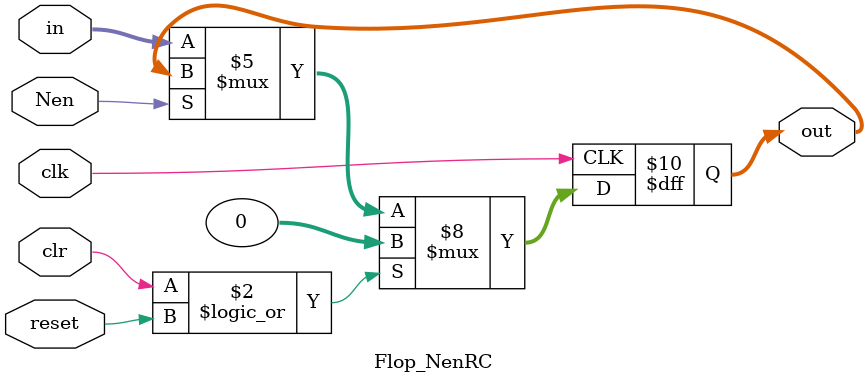
<source format=v>
`timescale 1ns / 1ps
module Flop_RC #(parameter WIDTH = 32)
	(
    input clk,
	input reset,
    input clr,
    input [WIDTH-1:0] in,
    output reg [WIDTH-1:0] out = 0
    );
	
	always @(posedge clk) begin
		if (clr || reset) 
			out <= 0;
		else 
			out <= in;
	end
endmodule

module Flop_R #(parameter WIDTH = 32)
	(
    input clk,
	input reset,
    input [WIDTH-1:0] in,
    output reg [WIDTH-1:0] out = 0
    );
	
	always @(posedge clk) begin
		if (reset) 
			out <= 0;
		else 
			out <= in;
	end
endmodule

module Flop_NenRC #(parameter WIDTH = 32)
	(
    input clk,
	input Nen,
	input reset,
    input clr,
    input [WIDTH-1:0] in,
    output reg [WIDTH-1:0] out = 0
    );
	
	always @(posedge clk) begin
		if (clr || reset) 
			out <= 0;
		else if (!Nen)
			out <= in;
	end
endmodule

</source>
